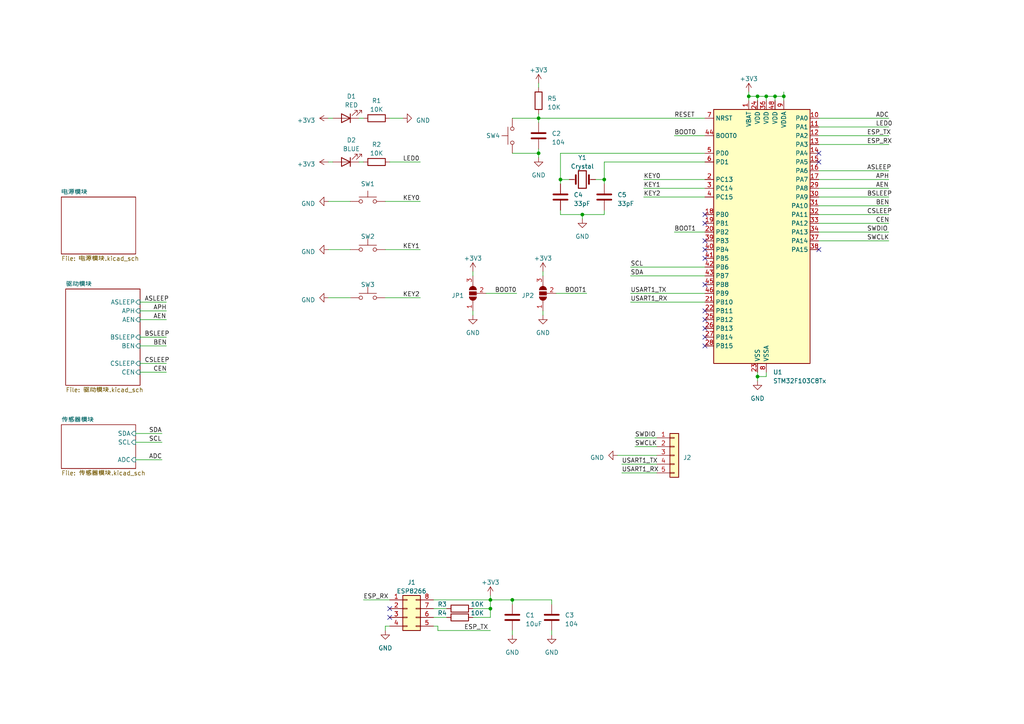
<source format=kicad_sch>
(kicad_sch (version 20230121) (generator eeschema)
  (paper "A4")
  (lib_symbols
    (symbol "Connector_Generic:Conn_01x05" (pin_names (offset 1.016) hide)
      (property "Reference" "J" (at 0 7.62 0))
      (property "Value" "Conn_01x05" (at 0 -7.62 0))
      (symbol "Conn_01x05_1_1"
        (rectangle (start -1.27 -4.953) (end 0 -5.207) (stroke (width 0.1524)))
        (rectangle (start -1.27 -2.413) (end 0 -2.667) (stroke (width 0.1524)))
        (rectangle (start -1.27 0.127) (end 0 -0.127) (stroke (width 0.1524)))
        (rectangle (start -1.27 2.667) (end 0 2.413) (stroke (width 0.1524)))
        (rectangle (start -1.27 5.207) (end 0 4.953) (stroke (width 0.1524)))
        (rectangle (start -1.27 6.35) (end 1.27 -6.35) (stroke (width 0.254)) (fill (type background)))
        (pin passive line (at -5.08 5.08 0) (length 3.81) (name "Pin_1") (number "1"))
        (pin passive line (at -5.08 2.54 0) (length 3.81) (name "Pin_2") (number "2"))
        (pin passive line (at -5.08 0 0) (length 3.81) (name "Pin_3") (number "3"))
        (pin passive line (at -5.08 -2.54 0) (length 3.81) (name "Pin_4") (number "4"))
        (pin passive line (at -5.08 -5.08 0) (length 3.81) (name "Pin_5") (number "5"))
      )
    )
    (symbol "Connector_Generic:Conn_02x04_Counter_Clockwise" (pin_names (offset 1.016) hide)
      (property "Reference" "J" (at 1.27 5.08 0))
      (property "Value" "Conn_02x04_Counter_Clockwise" (at 1.27 -7.62 0))
      (symbol "Conn_02x04_Counter_Clockwise_1_1"
        (rectangle (start -1.27 -4.953) (end 0 -5.207) (stroke (width 0.1524)))
        (rectangle (start -1.27 -2.413) (end 0 -2.667) (stroke (width 0.1524)))
        (rectangle (start -1.27 0.127) (end 0 -0.127) (stroke (width 0.1524)))
        (rectangle (start -1.27 2.667) (end 0 2.413) (stroke (width 0.1524)))
        (rectangle (start -1.27 3.81) (end 3.81 -6.35) (stroke (width 0.254)) (fill (type background)))
        (rectangle (start 3.81 -4.953) (end 2.54 -5.207) (stroke (width 0.1524)))
        (rectangle (start 3.81 -2.413) (end 2.54 -2.667) (stroke (width 0.1524)))
        (rectangle (start 3.81 0.127) (end 2.54 -0.127) (stroke (width 0.1524)))
        (rectangle (start 3.81 2.667) (end 2.54 2.413) (stroke (width 0.1524)))
        (pin passive line (at -5.08 2.54 0) (length 3.81) (name "Pin_1") (number "1"))
        (pin passive line (at -5.08 0 0) (length 3.81) (name "Pin_2") (number "2"))
        (pin passive line (at -5.08 -2.54 0) (length 3.81) (name "Pin_3") (number "3"))
        (pin passive line (at -5.08 -5.08 0) (length 3.81) (name "Pin_4") (number "4"))
        (pin passive line (at 7.62 -5.08 180) (length 3.81) (name "Pin_5") (number "5"))
        (pin passive line (at 7.62 -2.54 180) (length 3.81) (name "Pin_6") (number "6"))
        (pin passive line (at 7.62 0 180) (length 3.81) (name "Pin_7") (number "7"))
        (pin passive line (at 7.62 2.54 180) (length 3.81) (name "Pin_8") (number "8"))
      )
    )
    (symbol "Device:C" (pin_numbers hide) (pin_names (offset 0.254))
      (property "Reference" "C" (at 0.635 2.54 0))
      (property "Value" "C" (at 0.635 -2.54 0))
      (symbol "C_0_1"
        (polyline (pts (xy -2.032 -0.762) (xy 2.032 -0.762)) (stroke (width 0.508)))
        (polyline (pts (xy -2.032 0.762) (xy 2.032 0.762)) (stroke (width 0.508)))
      )
      (symbol "C_1_1"
        (pin passive line (at 0 3.81 270) (length 2.794) (name "~") (number "1"))
        (pin passive line (at 0 -3.81 90) (length 2.794) (name "~") (number "2"))
      )
    )
    (symbol "Device:Crystal" (pin_numbers hide) (pin_names (offset 1.016) hide)
      (property "Reference" "Y" (at 0 3.81 0))
      (property "Value" "Crystal" (at 0 -3.81 0))
      (symbol "Crystal_0_1"
        (rectangle (start -1.143 2.54) (end 1.143 -2.54) (stroke (width 0.3048)))
        (polyline (pts (xy -2.54 0) (xy -1.905 0)))
        (polyline (pts (xy -1.905 -1.27) (xy -1.905 1.27)) (stroke (width 0.508)))
        (polyline (pts (xy 1.905 -1.27) (xy 1.905 1.27)) (stroke (width 0.508)))
        (polyline (pts (xy 2.54 0) (xy 1.905 0)))
      )
      (symbol "Crystal_1_1"
        (pin passive line (at -3.81 0 0) (length 1.27) (name "1") (number "1"))
        (pin passive line (at 3.81 0 180) (length 1.27) (name "2") (number "2"))
      )
    )
    (symbol "Device:LED" (pin_numbers hide) (pin_names (offset 1.016) hide)
      (property "Reference" "D" (at 0 2.54 0))
      (property "Value" "LED" (at 0 -2.54 0))
      (symbol "LED_0_1"
        (polyline (pts (xy -1.27 -1.27) (xy -1.27 1.27)) (stroke (width 0.254)))
        (polyline (pts (xy -1.27 0) (xy 1.27 0)))
        (polyline (pts (xy 1.27 -1.27) (xy 1.27 1.27) (xy -1.27 0) (xy 1.27 -1.27)) (stroke (width 0.254)))
        (polyline (pts (xy -3.048 -0.762) (xy -4.572 -2.286) (xy -3.81 -2.286) (xy -4.572 -2.286) (xy -4.572 -1.524)))
        (polyline (pts (xy -1.778 -0.762) (xy -3.302 -2.286) (xy -2.54 -2.286) (xy -3.302 -2.286) (xy -3.302 -1.524)))
      )
      (symbol "LED_1_1"
        (pin passive line (at -3.81 0 0) (length 2.54) (name "K") (number "1"))
        (pin passive line (at 3.81 0 180) (length 2.54) (name "A") (number "2"))
      )
    )
    (symbol "Device:R" (pin_numbers hide) (pin_names (offset 0))
      (property "Reference" "R" (at 2.032 0 90))
      (property "Value" "R" (at 0 0 90))
      (symbol "R_0_1"
        (rectangle (start -1.016 -2.54) (end 1.016 2.54) (stroke (width 0.254)))
      )
      (symbol "R_1_1"
        (pin passive line (at 0 3.81 270) (length 1.27) (name "~") (number "1"))
        (pin passive line (at 0 -3.81 90) (length 1.27) (name "~") (number "2"))
      )
    )
    (symbol "Jumper:SolderJumper_3_Open" (pin_names (offset 0) hide)
      (property "Reference" "JP" (at -2.54 -2.54 0))
      (property "Value" "SolderJumper_3_Open" (at 0 2.794 0))
      (symbol "SolderJumper_3_Open_0_1"
        (arc (start -1.016 1.016) (mid -2.0276 0) (end -1.016 -1.016))
        (arc (start -1.016 1.016) (mid -2.0276 0) (end -1.016 -1.016) (fill (type outline)))
        (rectangle (start -0.508 1.016) (end 0.508 -1.016) (fill (type outline)))
        (polyline (pts (xy -2.54 0) (xy -2.032 0)))
        (polyline (pts (xy -1.016 1.016) (xy -1.016 -1.016)))
        (polyline (pts (xy 0 -1.27) (xy 0 -1.016)))
        (polyline (pts (xy 1.016 1.016) (xy 1.016 -1.016)))
        (polyline (pts (xy 2.54 0) (xy 2.032 0)))
        (arc (start 1.016 -1.016) (mid 2.0276 0) (end 1.016 1.016))
        (arc (start 1.016 -1.016) (mid 2.0276 0) (end 1.016 1.016) (fill (type outline)))
      )
      (symbol "SolderJumper_3_Open_1_1"
        (pin passive line (at -5.08 0 0) (length 2.54) (name "A") (number "1"))
        (pin passive line (at 0 -3.81 90) (length 2.54) (name "C") (number "2"))
        (pin passive line (at 5.08 0 180) (length 2.54) (name "B") (number "3"))
      )
    )
    (symbol "MCU_ST_STM32F1:STM32F103C8Tx"
      (property "Reference" "U" (at -12.7 39.37 0))
      (property "Value" "STM32F103C8Tx" (at 10.16 39.37 0))
      (symbol "STM32F103C8Tx_0_1"
        (rectangle (start -12.7 -35.56) (end 15.24 38.1) (stroke (width 0.254)) (fill (type background)))
      )
      (symbol "STM32F103C8Tx_1_1"
        (pin power_in line (at -2.54 40.64 270) (length 2.54) (name "VBAT") (number "1"))
        (pin bidirectional line (at 17.78 35.56 180) (length 2.54) (name "PA0") (number "10"))
        (pin bidirectional line (at 17.78 33.02 180) (length 2.54) (name "PA1") (number "11"))
        (pin bidirectional line (at 17.78 30.48 180) (length 2.54) (name "PA2") (number "12"))
        (pin bidirectional line (at 17.78 27.94 180) (length 2.54) (name "PA3") (number "13"))
        (pin bidirectional line (at 17.78 25.4 180) (length 2.54) (name "PA4") (number "14"))
        (pin bidirectional line (at 17.78 22.86 180) (length 2.54) (name "PA5") (number "15"))
        (pin bidirectional line (at 17.78 20.32 180) (length 2.54) (name "PA6") (number "16"))
        (pin bidirectional line (at 17.78 17.78 180) (length 2.54) (name "PA7") (number "17"))
        (pin bidirectional line (at -15.24 7.62 0) (length 2.54) (name "PB0") (number "18"))
        (pin bidirectional line (at -15.24 5.08 0) (length 2.54) (name "PB1") (number "19"))
        (pin bidirectional line (at -15.24 17.78 0) (length 2.54) (name "PC13") (number "2"))
        (pin bidirectional line (at -15.24 2.54 0) (length 2.54) (name "PB2") (number "20"))
        (pin bidirectional line (at -15.24 -17.78 0) (length 2.54) (name "PB10") (number "21"))
        (pin bidirectional line (at -15.24 -20.32 0) (length 2.54) (name "PB11") (number "22"))
        (pin power_in line (at 0 -38.1 90) (length 2.54) (name "VSS") (number "23"))
        (pin power_in line (at 0 40.64 270) (length 2.54) (name "VDD") (number "24"))
        (pin bidirectional line (at -15.24 -22.86 0) (length 2.54) (name "PB12") (number "25"))
        (pin bidirectional line (at -15.24 -25.4 0) (length 2.54) (name "PB13") (number "26"))
        (pin bidirectional line (at -15.24 -27.94 0) (length 2.54) (name "PB14") (number "27"))
        (pin bidirectional line (at -15.24 -30.48 0) (length 2.54) (name "PB15") (number "28"))
        (pin bidirectional line (at 17.78 15.24 180) (length 2.54) (name "PA8") (number "29"))
        (pin bidirectional line (at -15.24 15.24 0) (length 2.54) (name "PC14") (number "3"))
        (pin bidirectional line (at 17.78 12.7 180) (length 2.54) (name "PA9") (number "30"))
        (pin bidirectional line (at 17.78 10.16 180) (length 2.54) (name "PA10") (number "31"))
        (pin bidirectional line (at 17.78 7.62 180) (length 2.54) (name "PA11") (number "32"))
        (pin bidirectional line (at 17.78 5.08 180) (length 2.54) (name "PA12") (number "33"))
        (pin bidirectional line (at 17.78 2.54 180) (length 2.54) (name "PA13") (number "34"))
        (pin passive line (at 0 -38.1 90) (length 2.54) hide (name "VSS") (number "35"))
        (pin power_in line (at 2.54 40.64 270) (length 2.54) (name "VDD") (number "36"))
        (pin bidirectional line (at 17.78 0 180) (length 2.54) (name "PA14") (number "37"))
        (pin bidirectional line (at 17.78 -2.54 180) (length 2.54) (name "PA15") (number "38"))
        (pin bidirectional line (at -15.24 0 0) (length 2.54) (name "PB3") (number "39"))
        (pin bidirectional line (at -15.24 12.7 0) (length 2.54) (name "PC15") (number "4"))
        (pin bidirectional line (at -15.24 -2.54 0) (length 2.54) (name "PB4") (number "40"))
        (pin bidirectional line (at -15.24 -5.08 0) (length 2.54) (name "PB5") (number "41"))
        (pin bidirectional line (at -15.24 -7.62 0) (length 2.54) (name "PB6") (number "42"))
        (pin bidirectional line (at -15.24 -10.16 0) (length 2.54) (name "PB7") (number "43"))
        (pin input line (at -15.24 30.48 0) (length 2.54) (name "BOOT0") (number "44"))
        (pin bidirectional line (at -15.24 -12.7 0) (length 2.54) (name "PB8") (number "45"))
        (pin bidirectional line (at -15.24 -15.24 0) (length 2.54) (name "PB9") (number "46"))
        (pin passive line (at 0 -38.1 90) (length 2.54) hide (name "VSS") (number "47"))
        (pin power_in line (at 5.08 40.64 270) (length 2.54) (name "VDD") (number "48"))
        (pin bidirectional line (at -15.24 25.4 0) (length 2.54) (name "PD0") (number "5"))
        (pin bidirectional line (at -15.24 22.86 0) (length 2.54) (name "PD1") (number "6"))
        (pin input line (at -15.24 35.56 0) (length 2.54) (name "NRST") (number "7"))
        (pin power_in line (at 2.54 -38.1 90) (length 2.54) (name "VSSA") (number "8"))
        (pin power_in line (at 7.62 40.64 270) (length 2.54) (name "VDDA") (number "9"))
      )
    )
    (symbol "Switch:SW_Push" (pin_numbers hide) (pin_names (offset 1.016) hide)
      (property "Reference" "SW" (at 1.27 2.54 0))
      (property "Value" "SW_Push" (at 0 -1.524 0))
      (symbol "SW_Push_0_1"
        (circle (center -2.032 0) (radius 0.508))
        (polyline (pts (xy 0 1.27) (xy 0 3.048)))
        (polyline (pts (xy 2.54 1.27) (xy -2.54 1.27)))
        (circle (center 2.032 0) (radius 0.508))
        (pin passive line (at -5.08 0 0) (length 2.54) (name "1") (number "1"))
        (pin passive line (at 5.08 0 180) (length 2.54) (name "2") (number "2"))
      )
    )
    (symbol "power:+3V3" (power) (pin_names (offset 0))
      (property "Value" "+3V3" (at 0 3.556 0))
      (symbol "+3V3_0_1"
        (polyline (pts (xy -0.762 1.27) (xy 0 2.54)))
        (polyline (pts (xy 0 0) (xy 0 2.54)))
        (polyline (pts (xy 0 2.54) (xy 0.762 1.27)))
      )
      (symbol "+3V3_1_1"
        (pin power_in line (at 0 0 90) (length 0) hide (name "+3V3") (number "1"))
      )
    )
    (symbol "power:GND" (power) (pin_names (offset 0))
      (property "Value" "GND" (at 0 -3.81 0))
      (symbol "GND_0_1"
        (polyline (pts (xy 0 0) (xy 0 -1.27) (xy 1.27 -1.27) (xy 0 -2.54) (xy -1.27 -1.27) (xy 0 -1.27)))
      )
      (symbol "GND_1_1"
        (pin power_in line (at 0 0 270) (length 0) hide (name "GND") (number "1"))
      )
    )
  )
  (junction (at 219.71 109.22))
  (junction (at 156.21 34.29))
  (junction (at 162.56 52.07))
  (junction (at 148.59 173.99))
  (junction (at 168.91 62.23))
  (junction (at 217.17 27.94))
  (junction (at 142.24 173.99))
  (junction (at 175.26 52.07))
  (junction (at 222.25 27.94))
  (junction (at 227.33 27.94))
  (junction (at 156.21 44.45))
  (junction (at 142.24 176.53))
  (junction (at 219.71 27.94))
  (junction (at 224.79 27.94))
  (no_connect (at 204.47 69.85))
  (no_connect (at 204.47 97.79))
  (no_connect (at 237.49 46.99))
  (no_connect (at 204.47 82.55))
  (no_connect (at 113.03 179.07))
  (no_connect (at 204.47 100.33))
  (no_connect (at 237.49 44.45))
  (no_connect (at 204.47 72.39))
  (no_connect (at 204.47 90.17))
  (no_connect (at 204.47 92.71))
  (no_connect (at 204.47 64.77))
  (no_connect (at 237.49 72.39))
  (no_connect (at 204.47 74.93))
  (no_connect (at 113.03 176.53))
  (no_connect (at 204.47 62.23))
  (no_connect (at 204.47 95.25))
  (wire (pts (xy 95.25 58.42) (xy 101.6 58.42)))
  (wire (pts (xy 156.21 43.18) (xy 156.21 44.45)))
  (wire (pts (xy 222.25 107.95) (xy 222.25 109.22)))
  (wire (pts (xy 161.29 85.09) (xy 170.18 85.09)))
  (wire (pts (xy 222.25 27.94) (xy 219.71 27.94)))
  (wire (pts (xy 219.71 109.22) (xy 219.71 110.49)))
  (wire (pts (xy 237.49 39.37) (xy 257.81 39.37)))
  (wire (pts (xy 137.16 176.53) (xy 142.24 176.53)))
  (wire (pts (xy 162.56 62.23) (xy 168.91 62.23)))
  (wire (pts (xy 222.25 27.94) (xy 224.79 27.94)))
  (wire (pts (xy 175.26 46.99) (xy 204.47 46.99)))
  (wire (pts (xy 95.25 46.99) (xy 96.52 46.99)))
  (wire (pts (xy 222.25 29.21) (xy 222.25 27.94)))
  (wire (pts (xy 237.49 52.07) (xy 257.81 52.07)))
  (wire (pts (xy 40.64 100.33) (xy 48.26 100.33)))
  (wire (pts (xy 137.16 90.17) (xy 137.16 91.44)))
  (wire (pts (xy 186.69 54.61) (xy 204.47 54.61)))
  (wire (pts (xy 179.07 132.08) (xy 190.5 132.08)))
  (wire (pts (xy 160.02 182.88) (xy 160.02 184.15)))
  (wire (pts (xy 156.21 34.29) (xy 204.47 34.29)))
  (wire (pts (xy 162.56 44.45) (xy 162.56 52.07)))
  (wire (pts (xy 224.79 27.94) (xy 224.79 29.21)))
  (wire (pts (xy 175.26 46.99) (xy 175.26 52.07)))
  (wire (pts (xy 148.59 34.29) (xy 156.21 34.29)))
  (wire (pts (xy 40.64 97.79) (xy 48.26 97.79)))
  (wire (pts (xy 175.26 62.23) (xy 175.26 60.96)))
  (wire (pts (xy 175.26 52.07) (xy 172.72 52.07)))
  (wire (pts (xy 168.91 62.23) (xy 168.91 63.5)))
  (wire (pts (xy 162.56 60.96) (xy 162.56 62.23)))
  (wire (pts (xy 182.88 80.01) (xy 204.47 80.01)))
  (wire (pts (xy 237.49 41.91) (xy 257.81 41.91)))
  (wire (pts (xy 162.56 52.07) (xy 165.1 52.07)))
  (wire (pts (xy 237.49 34.29) (xy 257.81 34.29)))
  (wire (pts (xy 142.24 173.99) (xy 142.24 172.72)))
  (wire (pts (xy 111.76 72.39) (xy 121.92 72.39)))
  (wire (pts (xy 39.37 133.35) (xy 46.99 133.35)))
  (wire (pts (xy 162.56 44.45) (xy 204.47 44.45)))
  (wire (pts (xy 237.49 62.23) (xy 257.81 62.23)))
  (wire (pts (xy 182.88 85.09) (xy 204.47 85.09)))
  (wire (pts (xy 224.79 27.94) (xy 227.33 27.94)))
  (wire (pts (xy 113.03 46.99) (xy 121.92 46.99)))
  (wire (pts (xy 219.71 29.21) (xy 219.71 27.94)))
  (wire (pts (xy 237.49 36.83) (xy 257.81 36.83)))
  (wire (pts (xy 137.16 179.07) (xy 142.24 179.07)))
  (wire (pts (xy 40.64 87.63) (xy 48.26 87.63)))
  (wire (pts (xy 148.59 182.88) (xy 148.59 184.15)))
  (wire (pts (xy 142.24 179.07) (xy 142.24 176.53)))
  (wire (pts (xy 217.17 27.94) (xy 217.17 29.21)))
  (wire (pts (xy 184.15 129.54) (xy 190.5 129.54)))
  (wire (pts (xy 40.64 92.71) (xy 48.26 92.71)))
  (wire (pts (xy 39.37 125.73) (xy 46.99 125.73)))
  (wire (pts (xy 140.97 85.09) (xy 149.86 85.09)))
  (wire (pts (xy 105.41 173.99) (xy 113.03 173.99)))
  (wire (pts (xy 237.49 57.15) (xy 257.81 57.15)))
  (wire (pts (xy 125.73 173.99) (xy 142.24 173.99)))
  (wire (pts (xy 168.91 62.23) (xy 175.26 62.23)))
  (wire (pts (xy 156.21 33.02) (xy 156.21 34.29)))
  (wire (pts (xy 195.58 67.31) (xy 204.47 67.31)))
  (wire (pts (xy 127 182.88) (xy 142.24 182.88)))
  (wire (pts (xy 186.69 57.15) (xy 204.47 57.15)))
  (wire (pts (xy 125.73 176.53) (xy 129.54 176.53)))
  (wire (pts (xy 40.64 105.41) (xy 48.26 105.41)))
  (wire (pts (xy 95.25 86.36) (xy 101.6 86.36)))
  (wire (pts (xy 156.21 45.72) (xy 156.21 44.45)))
  (wire (pts (xy 113.03 181.61) (xy 111.76 181.61)))
  (wire (pts (xy 148.59 173.99) (xy 160.02 173.99)))
  (wire (pts (xy 95.25 72.39) (xy 101.6 72.39)))
  (wire (pts (xy 219.71 27.94) (xy 217.17 27.94)))
  (wire (pts (xy 219.71 107.95) (xy 219.71 109.22)))
  (wire (pts (xy 160.02 173.99) (xy 160.02 175.26)))
  (wire (pts (xy 111.76 181.61) (xy 111.76 182.88)))
  (wire (pts (xy 104.14 34.29) (xy 105.41 34.29)))
  (wire (pts (xy 142.24 176.53) (xy 142.24 173.99)))
  (wire (pts (xy 156.21 34.29) (xy 156.21 35.56)))
  (wire (pts (xy 182.88 87.63) (xy 204.47 87.63)))
  (wire (pts (xy 40.64 107.95) (xy 48.26 107.95)))
  (wire (pts (xy 237.49 54.61) (xy 257.81 54.61)))
  (wire (pts (xy 180.34 137.16) (xy 190.5 137.16)))
  (wire (pts (xy 95.25 34.29) (xy 96.52 34.29)))
  (wire (pts (xy 180.34 134.62) (xy 190.5 134.62)))
  (wire (pts (xy 195.58 39.37) (xy 204.47 39.37)))
  (wire (pts (xy 186.69 52.07) (xy 204.47 52.07)))
  (wire (pts (xy 157.48 90.17) (xy 157.48 91.44)))
  (wire (pts (xy 104.14 46.99) (xy 105.41 46.99)))
  (wire (pts (xy 237.49 67.31) (xy 257.81 67.31)))
  (wire (pts (xy 111.76 58.42) (xy 121.92 58.42)))
  (wire (pts (xy 125.73 179.07) (xy 129.54 179.07)))
  (wire (pts (xy 157.48 78.74) (xy 157.48 80.01)))
  (wire (pts (xy 175.26 52.07) (xy 175.26 53.34)))
  (wire (pts (xy 237.49 49.53) (xy 257.81 49.53)))
  (wire (pts (xy 162.56 53.34) (xy 162.56 52.07)))
  (wire (pts (xy 148.59 173.99) (xy 148.59 175.26)))
  (wire (pts (xy 227.33 27.94) (xy 227.33 29.21)))
  (wire (pts (xy 182.88 77.47) (xy 204.47 77.47)))
  (wire (pts (xy 142.24 173.99) (xy 148.59 173.99)))
  (wire (pts (xy 156.21 24.13) (xy 156.21 25.4)))
  (wire (pts (xy 125.73 181.61) (xy 127 181.61)))
  (wire (pts (xy 127 181.61) (xy 127 182.88)))
  (wire (pts (xy 39.37 128.27) (xy 46.99 128.27)))
  (wire (pts (xy 137.16 78.74) (xy 137.16 80.01)))
  (wire (pts (xy 237.49 64.77) (xy 257.81 64.77)))
  (wire (pts (xy 222.25 109.22) (xy 219.71 109.22)))
  (wire (pts (xy 227.33 26.67) (xy 227.33 27.94)))
  (wire (pts (xy 217.17 26.67) (xy 217.17 27.94)))
  (wire (pts (xy 237.49 69.85) (xy 257.81 69.85)))
  (wire (pts (xy 148.59 44.45) (xy 156.21 44.45)))
  (wire (pts (xy 40.64 90.17) (xy 48.26 90.17)))
  (wire (pts (xy 111.76 86.36) (xy 121.92 86.36)))
  (wire (pts (xy 184.15 127) (xy 190.5 127)))
  (wire (pts (xy 237.49 59.69) (xy 257.81 59.69)))
  (wire (pts (xy 113.03 34.29) (xy 116.84 34.29)))
  (label "KEY1" (at 186.69 54.61 0))
  (label "CSLEEP" (at 251.46 62.23 0))
  (label "BOOT0" (at 195.58 39.37 0))
  (label "KEY0" (at 186.69 52.07 0))
  (label "BEN" (at 254 59.69 0))
  (label "BSLEEP" (at 251.46 57.15 0))
  (label "SCL" (at 43.18 128.27 0))
  (label "CSLEEP" (at 41.91 105.41 0))
  (label "SWCLK" (at 184.15 129.54 0))
  (label "ESP_RX" (at 105.41 173.99 0))
  (label "KEY2" (at 186.69 57.15 0))
  (label "AEN" (at 254 54.61 0))
  (label "SDA" (at 43.18 125.73 0))
  (label "BOOT0" (at 143.51 85.09 0))
  (label "LED0" (at 254 36.83 0))
  (label "USART1_RX" (at 182.88 87.63 0))
  (label "LED0" (at 116.84 46.99 0))
  (label "ESP_TX" (at 251.46 39.37 0))
  (label "SCL" (at 182.88 77.47 0))
  (label "APH" (at 44.45 90.17 0))
  (label "SWDIO" (at 251.46 67.31 0))
  (label "KEY0" (at 116.84 58.42 0))
  (label "BEN" (at 44.45 100.33 0))
  (label "BOOT1" (at 195.58 67.31 0))
  (label "SWCLK" (at 251.46 69.85 0))
  (label "BSLEEP" (at 41.91 97.79 0))
  (label "CEN" (at 254 64.77 0))
  (label "APH" (at 254 52.07 0))
  (label "ASLEEP" (at 41.91 87.63 0))
  (label "RESET" (at 195.58 34.29 0))
  (label "SDA" (at 182.88 80.01 0))
  (label "USART1_TX" (at 182.88 85.09 0))
  (label "ASLEEP" (at 251.46 49.53 0))
  (label "USART1_RX" (at 180.34 137.16 0))
  (label "ESP_RX" (at 251.46 41.91 0))
  (label "ADC" (at 254 34.29 0))
  (label "SWDIO" (at 184.15 127 0))
  (label "KEY2" (at 116.84 86.36 0))
  (label "CEN" (at 44.45 107.95 0))
  (label "BOOT1" (at 163.83 85.09 0))
  (label "KEY1" (at 116.84 72.39 0))
  (label "ADC" (at 43.18 133.35 0))
  (label "ESP_TX" (at 134.62 182.88 0))
  (label "AEN" (at 44.45 92.71 0))
  (label "USART1_TX" (at 180.34 134.62 0))
  (symbol (lib_id "power:GND") (at 111.76 182.88 0) (unit 1)
    (property "Reference" "#PWR06" (effects hide))
    (property "Value" "GND" (at 111.76 187.96 0))
  )
  (symbol (lib_id "Jumper:SolderJumper_3_Open") (at 137.16 85.09 90) (unit 1)
    (property "Reference" "JP1" (at 134.62 85.725 90) (effects (justify left)))
    (property "Value" "SolderJumper_3_Open" (effects hide))
    (property "Footprint" "Jumper:SolderJumper-3_P2.0mm_Open_TrianglePad1.0x1.5mm" (effects hide))
  )
  (symbol (lib_id "power:+3V3") (at 137.16 78.74 0) (unit 1)
    (property "Reference" "#PWR08" (effects hide))
    (property "Value" "+3V3" (at 137.16 74.93 0))
  )
  (symbol (lib_id "power:GND") (at 219.71 110.49 0) (unit 1)
    (property "Reference" "#PWR020" (effects hide))
    (property "Value" "GND" (at 219.71 115.57 0))
  )
  (symbol (lib_id "Connector_Generic:Conn_01x05") (at 195.58 132.08 0) (unit 1)
    (property "Reference" "J2" (at 198.12 132.715 0) (effects (justify left)))
    (property "Value" "Conn_01x05" (effects hide))
    (property "Footprint" "Connector_PinHeader_2.54mm:PinHeader_1x05_P2.54mm_Vertical" (effects hide))
  )
  (symbol (lib_id "power:GND") (at 179.07 132.08 270) (unit 1)
    (property "Reference" "#PWR018" (effects hide))
    (property "Value" "GND" (at 175.26 132.715 90) (effects (justify right)))
  )
  (symbol (lib_id "power:+3V3") (at 157.48 78.74 0) (unit 1)
    (property "Reference" "#PWR014" (effects hide))
    (property "Value" "+3V3" (at 157.48 74.93 0))
  )
  (symbol (lib_id "power:GND") (at 157.48 91.44 0) (unit 1)
    (property "Reference" "#PWR015" (effects hide))
    (property "Value" "GND" (at 157.48 96.52 0))
  )
  (symbol (lib_id "Device:C") (at 156.21 39.37 0) (unit 1)
    (property "Reference" "C2" (at 160.02 38.735 0) (effects (justify left)))
    (property "Value" "104" (at 160.02 41.275 0) (effects (justify left)))
    (property "Footprint" "Capacitor_SMD:C_0402_1005Metric" (effects hide))
  )
  (symbol (lib_id "power:GND") (at 168.91 63.5 0) (unit 1)
    (property "Reference" "#PWR017" (effects hide))
    (property "Value" "GND" (at 168.91 68.58 0))
  )
  (symbol (lib_id "power:+3V3") (at 156.21 24.13 0) (unit 1)
    (property "Reference" "#PWR012" (effects hide))
    (property "Value" "+3V3" (at 156.21 20.32 0))
  )
  (symbol (lib_id "Device:LED") (at 100.33 34.29 180) (unit 1)
    (property "Reference" "D1" (at 101.9175 27.94 0))
    (property "Value" "RED" (at 101.9175 30.48 0))
    (property "Footprint" "LED_SMD:LED_0402_1005Metric" (effects hide))
  )
  (symbol (lib_id "Device:C") (at 160.02 179.07 0) (unit 1)
    (property "Reference" "C3" (at 163.83 178.435 0) (effects (justify left)))
    (property "Value" "104" (at 163.83 180.975 0) (effects (justify left)))
    (property "Footprint" "Capacitor_SMD:C_0402_1005Metric" (effects hide))
  )
  (symbol (lib_id "MCU_ST_STM32F1:STM32F103C8Tx") (at 219.71 69.85 0) (unit 1)
    (property "Reference" "U1" (at 224.2059 107.95 0) (effects (justify left)))
    (property "Value" "STM32F103C8Tx" (at 224.2059 110.49 0) (effects (justify left)))
    (property "Footprint" "Package_QFP:LQFP-48_7x7mm_P0.5mm" (effects hide))
    (property "Datasheet" "https://www.st.com/resource/en/datasheet/stm32f103c8.pdf" (effects hide))
  )
  (symbol (lib_id "Device:R") (at 156.21 29.21 0) (unit 1)
    (property "Reference" "R5" (at 158.75 28.575 0) (effects (justify left)))
    (property "Value" "10K" (at 158.75 31.115 0) (effects (justify left)))
    (property "Footprint" "Resistor_SMD:R_0402_1005Metric" (effects hide))
  )
  (symbol (lib_id "power:+3V3") (at 217.17 26.67 0) (unit 1)
    (property "Reference" "#PWR019" (effects hide))
    (property "Value" "+3V3" (at 217.17 22.86 0))
  )
  (symbol (lib_id "power:GND") (at 156.21 45.72 0) (unit 1)
    (property "Reference" "#PWR013" (effects hide))
    (property "Value" "GND" (at 156.21 50.8 0))
  )
  (symbol (lib_id "power:+3V3") (at 95.25 34.29 90) (unit 1)
    (property "Reference" "#PWR01" (effects hide))
    (property "Value" "+3V3" (at 91.44 34.925 90) (effects (justify left)))
  )
  (symbol (lib_id "power:+3V3") (at 95.25 46.99 90) (unit 1)
    (property "Reference" "#PWR02" (effects hide))
    (property "Value" "+3V3" (at 91.44 47.625 90) (effects (justify left)))
  )
  (symbol (lib_id "power:GND") (at 95.25 86.36 270) (unit 1)
    (property "Reference" "#PWR05" (effects hide))
    (property "Value" "GND" (at 91.44 86.995 90) (effects (justify right)))
  )
  (symbol (lib_id "Device:C") (at 162.56 57.15 0) (unit 1)
    (property "Reference" "C4" (at 166.37 56.515 0) (effects (justify left)))
    (property "Value" "33pF" (at 166.37 59.055 0) (effects (justify left)))
    (property "Footprint" "Capacitor_SMD:C_0402_1005Metric" (effects hide))
  )
  (symbol (lib_id "power:GND") (at 148.59 184.15 0) (unit 1)
    (property "Reference" "#PWR011" (effects hide))
    (property "Value" "GND" (at 148.59 189.23 0))
  )
  (symbol (lib_id "Jumper:SolderJumper_3_Open") (at 157.48 85.09 90) (unit 1)
    (property "Reference" "JP2" (at 154.94 85.725 90) (effects (justify left)))
    (property "Value" "SolderJumper_3_Open" (effects hide))
    (property "Footprint" "Jumper:SolderJumper-3_P2.0mm_Open_TrianglePad1.0x1.5mm" (effects hide))
  )
  (symbol (lib_id "Device:R") (at 133.35 179.07 270) (unit 1)
    (property "Reference" "R4" (at 128.27 177.8 90))
    (property "Value" "10K" (at 138.43 177.8 90))
    (property "Footprint" "Resistor_SMD:R_0402_1005Metric" (effects hide))
  )
  (symbol (lib_id "Switch:SW_Push") (at 106.68 86.36 0) (unit 1)
    (property "Reference" "SW3" (at 106.68 82.55 0))
    (property "Value" "SW_Push" (effects hide))
    (property "Footprint" "Button_Switch_SMD:SW_Tactile_SPST_NO_Straight_CK_PTS636Sx25SMTRLFS" (effects hide))
  )
  (symbol (lib_id "power:+3V3") (at 142.24 172.72 0) (unit 1)
    (property "Reference" "#PWR010" (effects hide))
    (property "Value" "+3V3" (at 142.24 168.91 0))
  )
  (symbol (lib_id "Device:LED") (at 100.33 46.99 180) (unit 1)
    (property "Reference" "D2" (at 101.9175 40.64 0))
    (property "Value" "BLUE" (at 101.9175 43.18 0))
    (property "Footprint" "LED_SMD:LED_0402_1005Metric" (effects hide))
  )
  (symbol (lib_id "Device:R") (at 109.22 46.99 90) (unit 1)
    (property "Reference" "R2" (at 109.22 41.91 90))
    (property "Value" "10K" (at 109.22 44.45 90))
    (property "Footprint" "Resistor_SMD:R_0402_1005Metric" (effects hide))
  )
  (symbol (lib_id "power:GND") (at 95.25 72.39 270) (unit 1)
    (property "Reference" "#PWR04" (effects hide))
    (property "Value" "GND" (at 91.44 73.025 90) (effects (justify right)))
  )
  (symbol (lib_id "power:GND") (at 95.25 58.42 270) (unit 1)
    (property "Reference" "#PWR03" (effects hide))
    (property "Value" "GND" (at 91.44 59.055 90) (effects (justify right)))
  )
  (symbol (lib_id "Device:C") (at 175.26 57.15 0) (unit 1)
    (property "Reference" "C5" (at 179.07 56.515 0) (effects (justify left)))
    (property "Value" "33pF" (at 179.07 59.055 0) (effects (justify left)))
    (property "Footprint" "Capacitor_SMD:C_0402_1005Metric" (effects hide))
  )
  (symbol (lib_id "Device:R") (at 109.22 34.29 90) (unit 1)
    (property "Reference" "R1" (at 109.22 29.21 90))
    (property "Value" "10K" (at 109.22 31.75 90))
    (property "Footprint" "Resistor_SMD:R_0402_1005Metric" (effects hide))
  )
  (symbol (lib_id "power:GND") (at 116.84 34.29 90) (unit 1)
    (property "Reference" "#PWR07" (effects hide))
    (property "Value" "GND" (at 120.65 34.925 90) (effects (justify right)))
  )
  (symbol (lib_id "Device:C") (at 148.59 179.07 0) (unit 1)
    (property "Reference" "C1" (at 152.4 178.435 0) (effects (justify left)))
    (property "Value" "10uF" (at 152.4 180.975 0) (effects (justify left)))
    (property "Footprint" "Capacitor_SMD:C_0603_1608Metric" (effects hide))
  )
  (symbol (lib_id "Connector_Generic:Conn_02x04_Counter_Clockwise") (at 118.11 176.53 0) (unit 1)
    (property "Reference" "J1" (at 119.38 168.91 0))
    (property "Value" "ESP8266" (at 119.38 171.45 0))
    (property "Footprint" "Connector_PinSocket_2.54mm:PinSocket_2x04_P2.54mm_Vertical" (effects hide))
  )
  (symbol (lib_id "Switch:SW_Push") (at 106.68 58.42 0) (unit 1)
    (property "Reference" "SW1" (at 106.68 53.34 0))
    (property "Value" "SW_Push" (effects hide))
    (property "Footprint" "Button_Switch_SMD:SW_Tactile_SPST_NO_Straight_CK_PTS636Sx25SMTRLFS" (effects hide))
  )
  (symbol (lib_id "Device:Crystal") (at 168.91 52.07 0) (unit 1)
    (property "Reference" "Y1" (at 168.91 45.72 0))
    (property "Value" "Crystal" (at 168.91 48.26 0))
  )
  (symbol (lib_id "Switch:SW_Push") (at 106.68 72.39 0) (unit 1)
    (property "Reference" "SW2" (at 106.68 68.58 0))
    (property "Value" "SW_Push" (effects hide))
    (property "Footprint" "Button_Switch_SMD:SW_Tactile_SPST_NO_Straight_CK_PTS636Sx25SMTRLFS" (effects hide))
  )
  (symbol (lib_id "Device:R") (at 133.35 176.53 270) (unit 1)
    (property "Reference" "R3" (at 128.27 175.26 90))
    (property "Value" "10K" (at 138.43 175.26 90))
    (property "Footprint" "Resistor_SMD:R_0402_1005Metric" (effects hide))
  )
  (symbol (lib_id "Switch:SW_Push") (at 148.59 39.37 90) (unit 1)
    (property "Reference" "SW4" (at 140.97 39.37 90) (effects (justify right)))
    (property "Value" "SW_Push" (effects hide))
    (property "Footprint" "Button_Switch_SMD:SW_Tactile_SPST_NO_Straight_CK_PTS636Sx25SMTRLFS" (effects hide))
  )
  (symbol (lib_id "power:GND") (at 137.16 91.44 0) (unit 1)
    (property "Reference" "#PWR09" (effects hide))
    (property "Value" "GND" (at 137.16 96.52 0))
  )
  (symbol (lib_id "power:GND") (at 160.02 184.15 0) (unit 1)
    (property "Reference" "#PWR016" (effects hide))
    (property "Value" "GND" (at 160.02 189.23 0))
  )
  (sheet (at 17.78 123.19) (size 21.59 12.7) (stroke (width 0.1524))
    (property "Sheetname" "传感器模块" (at 17.78 122.4784 0) (effects (justify left bottom)))
    (property "Sheetfile" "传感器模块.kicad_sch" (at 17.78 136.4746 0) (effects (justify left top)))
    (pin "SDA" input (at 39.37 125.73 0))
    (pin "SCL" input (at 39.37 128.27 0))
    (pin "ADC" input (at 39.37 133.35 0))
  )
  (sheet (at 19.05 83.82) (size 21.59 27.94) (stroke (width 0.1524))
    (property "Sheetname" "驱动模块" (at 19.05 83.1084 0) (effects (justify left bottom)))
    (property "Sheetfile" "驱动模块.kicad_sch" (at 19.05 112.3446 0) (effects (justify left top)))
    (pin "BEN" input (at 40.64 100.33 0))
    (pin "BSLEEP" input (at 40.64 97.79 0))
    (pin "ASLEEP" input (at 40.64 87.63 0))
    (pin "APH" input (at 40.64 90.17 0))
    (pin "AEN" input (at 40.64 92.71 0))
    (pin "CSLEEP" input (at 40.64 105.41 0))
    (pin "CEN" input (at 40.64 107.95 0))
  )
  (sheet (at 17.78 57.15) (size 21.59 16.51) (stroke (width 0.1524))
    (property "Sheetname" "电源模块" (at 17.78 56.4384 0) (effects (justify left bottom)))
    (property "Sheetfile" "电源模块.kicad_sch" (at 17.78 74.2446 0) (effects (justify left top)))
  )
)
</source>
